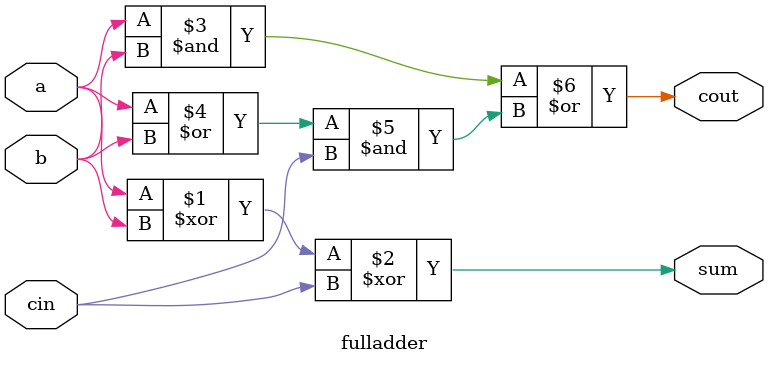
<source format=v>
module fulladder(a, b, cin, sum, cout);
input a, b, cin;
output sum, cout;
assign sum = a ^ b ^ cin;
assign cout = (a & b) | ((a | b) & cin); 
endmodule
</source>
